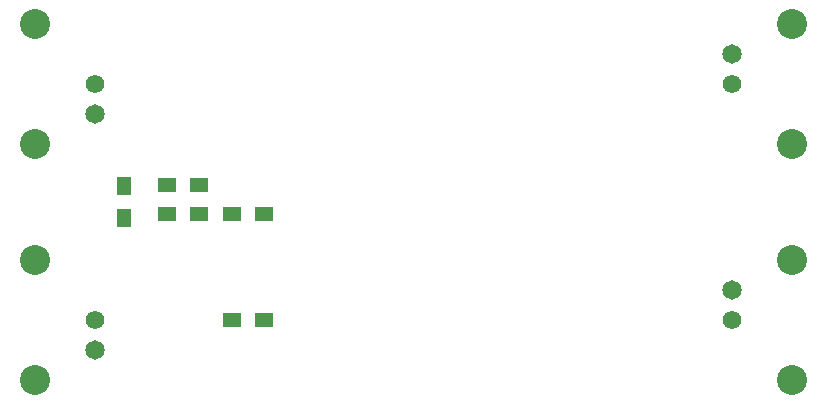
<source format=gbr>
G04 #@! TF.FileFunction,Soldermask,Top*
%FSLAX46Y46*%
G04 Gerber Fmt 4.6, Leading zero omitted, Abs format (unit mm)*
G04 Created by KiCad (PCBNEW 4.0.5) date 05/28/17 14:54:10*
%MOMM*%
%LPD*%
G01*
G04 APERTURE LIST*
%ADD10C,0.150000*%
%ADD11C,1.574800*%
%ADD12C,1.651000*%
%ADD13C,2.540000*%
%ADD14R,1.500000X1.300000*%
%ADD15R,1.300000X1.500000*%
G04 APERTURE END LIST*
D10*
D11*
X13000000Y-12500000D03*
D12*
X13000000Y-15040000D03*
D13*
X7920000Y-17580000D03*
X7920000Y-7420000D03*
D11*
X67000000Y-12500000D03*
D12*
X67000000Y-9960000D03*
D13*
X72080000Y-7420000D03*
X72080000Y-17580000D03*
D14*
X27350000Y-32500000D03*
X24650000Y-32500000D03*
D15*
X15500000Y-23850000D03*
X15500000Y-21150000D03*
D14*
X19150000Y-23500000D03*
X21850000Y-23500000D03*
X19150000Y-21000000D03*
X21850000Y-21000000D03*
X24650000Y-23500000D03*
X27350000Y-23500000D03*
D11*
X13000000Y-32500000D03*
D12*
X13000000Y-35040000D03*
D13*
X7920000Y-37580000D03*
X7920000Y-27420000D03*
D11*
X67000000Y-32500000D03*
D12*
X67000000Y-29960000D03*
D13*
X72080000Y-27420000D03*
X72080000Y-37580000D03*
M02*

</source>
